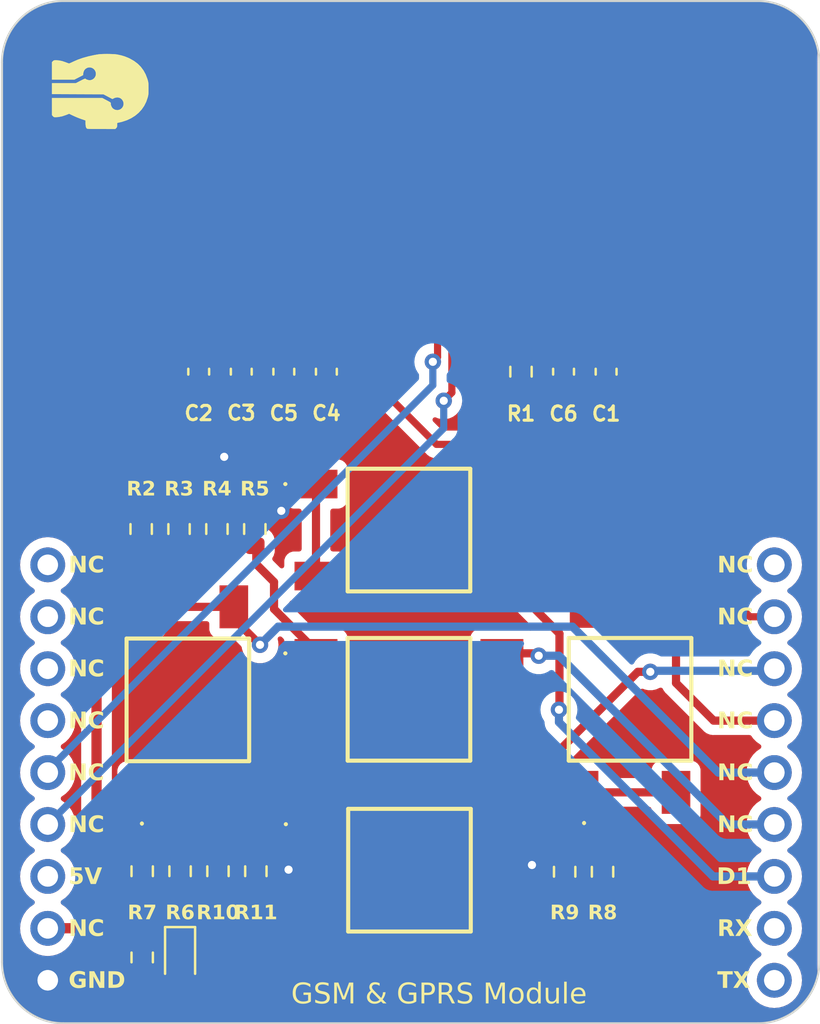
<source format=kicad_pcb>
(kicad_pcb (version 20221018) (generator pcbnew)
  (layers (0 "F.Cu" signal) (31 "B.Cu" signal) (34 "B.Paste" user) (35 "F.Paste" user) (36 "B.SilkS" user "B.Silkscreen") (37 "F.SilkS" user "F.Silkscreen") (38 "B.Mask" user) (39 "F.Mask" user) (44 "Edge.Cuts" user))
  (net 0 "")
  (net 1 "Net-(U1-VCC)")
  (net 2 "GND")
  (net 3 "Net-(U1-C2P)")
  (net 4 "Net-(U1-C2N)")
  (net 5 "Net-(U1-C1P)")
  (net 6 "Net-(U1-C1N)")
  (net 7 "+3V3")
  (net 8 "Net-(D1-A)")
  (net 9 "Net-(U1-VCOMH)")
  (net 10 "Net-(U1-IREF)")
  (net 11 "Net-(R2-Pad2)")
  (net 12 "Net-(R4-Pad2)")
  (net 13 "Net-(R6-Pad2)")
  (net 14 "Net-(R8-Pad2)")
  (net 15 "Net-(R10-Pad2)")
  (net 16 "GPIO_01")
  (net 17 "GPIO_02")
  (net 18 "GPIO_03")
  (net 19 "GPIO_04")
  (net 20 "GPIO_05")
  (net 22 "RST")
  (net 25 "SCL")
  (net 26 "SDA")
  (footprint "Resistor_SMD:R_0603_1608Metric" (layer "F.Cu") (at 81.9912 105.537 90)
    (fp_text reference "R10" hide)
    (fp_text value "0r" hide)
    (fp_text user "${REFERENCE}" (at -2.0574 0 180) (layer "F.SilkS") (effects (font (size 0.7 0.7) (thickness 0.06) bold)))
    (pad "1" smd roundrect (at -0.825 0 90) (size 0.8 0.95) (layers "F.Cu" "F.Paste" "F.Mask") (net 7 "+3V3"))
    (pad "2" smd roundrect (at 0.825 0 90) (size 0.8 0.95) (layers "F.Cu" "F.Paste" "F.Mask") (net 15 "Net-(R10-Pad2)"))
  )
  (footprint "Resistor_SMD:R_0603_1608Metric" (layer "F.Cu") (at 81.9404 88.7984 -90)
    (fp_text reference "R4" hide)
    (fp_text value "0r" hide)
    (fp_text user "${REFERENCE}" (at -1.9304 0 -180) (layer "F.SilkS") (effects (font (size 0.7 0.7) (thickness 0.06) bold)))
    (pad "1" smd roundrect (at -0.825 0 270) (size 0.8 0.95) (layers "F.Cu" "F.Paste" "F.Mask") (net 7 "+3V3"))
    (pad "2" smd roundrect (at 0.825 0 270) (size 0.8 0.95) (layers "F.Cu" "F.Paste" "F.Mask") (net 12 "Net-(R4-Pad2)"))
  )
  (footprint "SSD1306:1X30-0.7MM" (layer "F.Cu") (at 90.9884 78.2828)
    (fp_text reference "U1")
    (fp_text value "UG-2864HSWEG01" hide)
    (pad "1" smd rect (at -10.15 0 90) (size 1.6 0.35) (layers "F.Cu" "F.Paste" "F.Mask") (net 2 "GND"))
    (pad "2" smd rect (at -9.45 0 90) (size 1.6 0.35) (layers "F.Cu" "F.Paste" "F.Mask") (net 3 "Net-(U1-C2P)"))
    (pad "3" smd rect (at -8.75 0 90) (size 1.6 0.35) (layers "F.Cu" "F.Paste" "F.Mask") (net 4 "Net-(U1-C2N)"))
    (pad "4" smd rect (at -8.05 0 90) (size 1.6 0.35) (layers "F.Cu" "F.Paste" "F.Mask") (net 5 "Net-(U1-C1P)"))
    (pad "5" smd rect (at -7.35 0 90) (size 1.6 0.35) (layers "F.Cu" "F.Paste" "F.Mask") (net 6 "Net-(U1-C1N)"))
    (pad "6" smd rect (at -6.65 0 90) (size 1.6 0.35) (layers "F.Cu" "F.Paste" "F.Mask") (net 7 "+3V3"))
    (pad "7" smd rect (at -5.95 0 90) (size 1.6 0.35) (layers "F.Cu" "F.Paste" "F.Mask"))
    (pad "8" smd rect (at -5.25 0 90) (size 1.6 0.35) (layers "F.Cu" "F.Paste" "F.Mask") (net 2 "GND"))
    (pad "9" smd rect (at -4.55 0 90) (size 1.6 0.35) (layers "F.Cu" "F.Paste" "F.Mask") (net 7 "+3V3"))
    (pad "10" smd rect (at -3.85 0 90) (size 1.6 0.35) (layers "F.Cu" "F.Paste" "F.Mask") (net 2 "GND"))
    (pad "11" smd rect (at -3.15 0 90) (size 1.6 0.35) (layers "F.Cu" "F.Paste" "F.Mask") (net 7 "+3V3"))
    (pad "12" smd rect (at -2.45 0 90) (size 1.6 0.35) (layers "F.Cu" "F.Paste" "F.Mask") (net 2 "GND"))
    (pad "13" smd rect (at -1.75 0 90) (size 1.6 0.35) (layers "F.Cu" "F.Paste" "F.Mask") (net 7 "+3V3"))
    (pad "14" smd rect (at -1.05 0 90) (size 1.6 0.35) (layers "F.Cu" "F.Paste" "F.Mask") (net 22 "RST"))
    (pad "15" smd rect (at -0.35 0 90) (size 1.6 0.35) (layers "F.Cu" "F.Paste" "F.Mask") (net 2 "GND"))
    (pad "16" smd rect (at 0.35 0 90) (size 1.6 0.35) (layers "F.Cu" "F.Paste" "F.Mask"))
    (pad "17" smd rect (at 1.05 0 90) (size 1.6 0.35) (layers "F.Cu" "F.Paste" "F.Mask"))
    (pad "18" smd rect (at 1.75 0 90) (size 1.6 0.35) (layers "F.Cu" "F.Paste" "F.Mask") (net 25 "SCL"))
    (pad "19" smd rect (at 2.45 0 90) (size 1.6 0.35) (layers "F.Cu" "F.Paste" "F.Mask") (net 26 "SDA"))
    (pad "20" smd rect (at 3.15 0 90) (size 1.6 0.35) (layers "F.Cu" "F.Paste" "F.Mask") (net 26 "SDA"))
    (pad "21" smd rect (at 3.85 0 90) (size 1.6 0.35) (layers "F.Cu" "F.Paste" "F.Mask"))
    (pad "22" smd rect (at 4.55 0 90) (size 1.6 0.35) (layers "F.Cu" "F.Paste" "F.Mask"))
    (pad "23" smd rect (at 5.25 0 90) (size 1.6 0.35) (layers "F.Cu" "F.Paste" "F.Mask"))
    (pad "24" smd rect (at 5.95 0 90) (size 1.6 0.35) (layers "F.Cu" "F.Paste" "F.Mask"))
    (pad "25" smd rect (at 6.65 0 90) (size 1.6 0.35) (layers "F.Cu" "F.Paste" "F.Mask"))
    (pad "26" smd rect (at 7.35 0 90) (size 1.6 0.35) (layers "F.Cu" "F.Paste" "F.Mask") (net 10 "Net-(U1-IREF)"))
    (pad "27" smd rect (at 8.05 0 90) (size 1.6 0.35) (layers "F.Cu" "F.Paste" "F.Mask") (net 9 "Net-(U1-VCOMH)"))
    (pad "28" smd rect (at 8.75 0 90) (size 1.6 0.35) (layers "F.Cu" "F.Paste" "F.Mask") (net 1 "Net-(U1-VCC)"))
    (pad "29" smd rect (at 9.45 0 90) (size 1.6 0.35) (layers "F.Cu" "F.Paste" "F.Mask") (net 2 "GND"))
    (pad "30" smd rect (at 10.15 0 90) (size 1.6 0.35) (layers "F.Cu" "F.Paste" "F.Mask") (net 2 "GND"))
  )
  (footprint "Resistor_SMD:R_0603_1608Metric" (layer "F.Cu") (at 96.8218 81.1022 90)
    (fp_text reference "R1" (at -2.0574 0 180) (layer "F.SilkS") (effects (font (size 0.7 0.7) (thickness 0.15) bold)))
    (fp_text value "390k" hide)
    (pad "1" smd roundrect (at -0.825 0 90) (size 0.8 0.95) (layers "F.Cu" "F.Paste" "F.Mask") (net 2 "GND"))
    (pad "2" smd roundrect (at 0.825 0 90) (size 0.8 0.95) (layers "F.Cu" "F.Paste" "F.Mask") (net 10 "Net-(U1-IREF)"))
  )
  (footprint "Capacitor_SMD:C_0603_1608Metric" (layer "F.Cu") (at 100.9874 81.1022 -90)
    (fp_text reference "C1" (at 2.0574 0 -180) (layer "F.SilkS") (effects (font (size 0.7 0.7) (thickness 0.15) bold)))
    (fp_text value "10uF" hide)
    (pad "1" smd roundrect (at -0.775 0 270) (size 0.9 0.95) (layers "F.Cu" "F.Paste" "F.Mask") (net 1 "Net-(U1-VCC)"))
    (pad "2" smd roundrect (at 0.775 0 270) (size 0.9 0.95) (layers "F.Cu" "F.Paste" "F.Mask") (net 2 "GND"))
  )
  (footprint "Resistor_SMD:R_0603_1608Metric" (layer "F.Cu") (at 83.7946 88.7984 -90)
    (fp_text reference "R5" hide)
    (fp_text value "0r" hide)
    (fp_text user "${REFERENCE}" (at -1.9304 0 -180) (layer "F.SilkS") (effects (font (size 0.7 0.7) (thickness 0.06) bold)))
    (pad "1" smd roundrect (at -0.825 0 270) (size 0.8 0.95) (layers "F.Cu" "F.Paste" "F.Mask") (net 2 "GND"))
    (pad "2" smd roundrect (at 0.825 0 270) (size 0.8 0.95) (layers "F.Cu" "F.Paste" "F.Mask") (net 12 "Net-(R4-Pad2)"))
  )
  (footprint "oled_button:TS046665BK160SMT" (layer "F.Cu") (at 91.3638 105.4862)
    (fp_text reference "SW5" hide)
    (fp_text value "SW_MEC_5E" hide)
    (pad "1" smd rect (at -4.55 -2.25 90) (size 1.4 2.1) (layers "F.Cu" "F.Paste" "F.Mask") (net 15 "Net-(R10-Pad2)"))
    (pad "2" smd rect (at -4.55 2.25 90) (size 1.4 2.1) (layers "F.Cu" "F.Paste" "F.Mask") (net 15 "Net-(R10-Pad2)"))
    (pad "3" smd rect (at 4.55 -2.25 90) (size 1.4 2.1) (layers "F.Cu" "F.Paste" "F.Mask") (net 20 "GPIO_05"))
    (pad "4" smd rect (at 4.55 2.25 90) (size 1.4 2.1) (layers "F.Cu" "F.Paste" "F.Mask") (net 20 "GPIO_05"))
  )
  (footprint "Capacitor_SMD:C_0603_1608Metric" (layer "F.Cu") (at 98.9046 81.1022 -90)
    (fp_text reference "C6" (at 2.0574 0 -180) (layer "F.SilkS") (effects (font (size 0.7 0.7) (thickness 0.15) bold)))
    (fp_text value "2.2uF" hide)
    (pad "1" smd roundrect (at -0.775 0 270) (size 0.9 0.95) (layers "F.Cu" "F.Paste" "F.Mask") (net 9 "Net-(U1-VCOMH)"))
    (pad "2" smd roundrect (at 0.775 0 270) (size 0.9 0.95) (layers "F.Cu" "F.Paste" "F.Mask") (net 2 "GND"))
  )
  (footprint "LED_SMD:LED_0603_1608Metric" (layer "F.Cu") (at 80.137 109.7534 -90)
    (fp_text reference "D1" hide)
    (fp_text value "LED")
    (pad "1" smd roundrect (at -0.7875 0 270) (size 0.875 0.95) (layers "F.Cu" "F.Paste" "F.Mask") (net 2 "GND"))
    (pad "2" smd roundrect (at 0.7875 0 270) (size 0.875 0.95) (layers "F.Cu" "F.Paste" "F.Mask") (net 8 "Net-(D1-A)"))
  )
  (footprint "Resistor_SMD:R_0603_1608Metric" (layer "F.Cu") (at 80.137 105.537 90)
    (fp_text reference "R6" hide)
    (fp_text value "0r" hide)
    (fp_text user "${REFERENCE}" (at -2.0574 0 180) (layer "F.SilkS") (effects (font (size 0.7 0.7) (thickness 0.06) bold)))
    (pad "1" smd roundrect (at -0.825 0 90) (size 0.8 0.95) (layers "F.Cu" "F.Paste" "F.Mask") (net 7 "+3V3"))
    (pad "2" smd roundrect (at 0.825 0 90) (size 0.8 0.95) (layers "F.Cu" "F.Paste" "F.Mask") (net 13 "Net-(R6-Pad2)"))
  )
  (footprint "Capacitor_SMD:C_0603_1608Metric" (layer "F.Cu") (at 85.214 81.1022 -90)
    (fp_text reference "C5" (at 2.032 0 -180) (layer "F.SilkS") (effects (font (size 0.7 0.7) (thickness 0.15) bold)))
    (fp_text value "10uF" hide)
    (pad "1" smd roundrect (at -0.775 0 270) (size 0.9 0.95) (layers "F.Cu" "F.Paste" "F.Mask") (net 7 "+3V3"))
    (pad "2" smd roundrect (at 0.775 0 270) (size 0.9 0.95) (layers "F.Cu" "F.Paste" "F.Mask") (net 2 "GND"))
  )
  (footprint "air_module:air__module" (layer "F.Cu") (at 92.620246 107.031478)
    (fp_text reference "U3" hide)
    (fp_text value "~")
    (fp_text user "NC" (at -17.944246 -15.972478 unlocked) (layer "F.SilkS") (effects (font (size 0.8 0.8) (thickness 0.2) bold) (justify left bottom)))
    (fp_text user "NC" (at -17.944246 -10.892478 unlocked) (layer "F.SilkS") (effects (font (size 0.8 0.8) (thickness 0.2) bold) (justify left bottom)))
    (fp_text user "5V" (at -17.944246 -0.732478 unlocked) (layer "F.SilkS") (effects (font (size 0.8 0.8) (thickness 0.2) bold) (justify left bottom)))
    (fp_text user "TX" (at 13.805754 4.347522 unlocked) (layer "F.SilkS") (effects (font (size 0.8 0.8) (thickness 0.2) bold) (justify left bottom)))
    (fp_text user "NC" (at 13.805754 -10.892478 unlocked) (layer "F.SilkS") (effects (font (size 0.8 0.8) (thickness 0.2) bold) (justify left bottom)))
    (fp_text user "NC" (at -17.944246 -10.892478 unlocked) (layer "F.SilkS") (effects (font (size 0.8 0.8) (thickness 0.2) bold) (justify left bottom)))
    (fp_text user "NC" (at 13.805754 -5.812478 unlocked) (layer "F.SilkS") (effects (font (size 0.8 0.8) (thickness 0.2) bold) (justify left bottom)))
    (fp_text user "NC" (at 13.805754 -15.972478 unlocked) (layer "F.SilkS") (effects (font (size 0.8 0.8) (thickness 0.2) bold) (justify left bottom)))
    (fp_text user "GND" (at -17.944246 4.347522 unlocked) (layer "F.SilkS") (effects (font (size 0.8 0.8) (thickness 0.2) bold) (justify left bottom)))
    (fp_text user "NC" (at -17.944246 -13.432478 unlocked) (layer "F.SilkS") (effects (font (size 0.8 0.8) (thickness 0.2) bold) (justify left bottom)))
    (fp_text user "NC" (at 13.805754 -8.352478 unlocked) (layer "F.SilkS") (effects (font (size 0.8 0.8) (thickness 0.2) bold) (justify left bottom)))
    (fp_text user "NC" (at 13.805754 -3.272478 unlocked) (layer "F.SilkS") (effects (font (size 0.8 0.8) (thickness 0.2) bold) (justify left bottom)))
    (fp_text user "NC" (at -17.944246 -8.352478 unlocked) (layer "F.SilkS") (effects (font (size 0.8 0.8) (thickness 0.2) bold) (justify left bottom)))
    (fp_text user "GSM & GPRS Module" (at -7.05088 5.14112 unlocked) (layer "F.SilkS") (effects (font (thickness 0.1)) (justify left bottom)))
    (fp_text user "NC" (at -17.944246 -13.432478 unlocked) (layer "F.SilkS") (effects (font (size 0.8 0.8) (thickness 0.2) bold) (justify left bottom)))
    (fp_text user "NC" (at 13.805754 -13.432478 unlocked) (layer "F.SilkS") (effects (font (size 0.8 0.8) (thickness 0.2) bold) (justify left bottom)))
    (fp_text user "NC" (at -17.944246 -5.812478 unlocked) (layer "F.SilkS") (effects (font (size 0.8 0.8) (thickness 0.2) bold) (justify left bottom)))
    (fp_text user "RX" (at 13.805754 1.807522 unlocked) (layer "F.SilkS") (effects (font (size 0.8 0.8) (thickness 0.2) bold) (justify left bottom)))
    (fp_text user "NC" (at -17.944246 -8.352478 unlocked) (layer "F.SilkS") (effects (font (size 0.8 0.8) (thickness 0.2) bold) (justify left bottom)))
    (fp_text user "D1" (at 13.77712 -0.732478 unlocked) (layer "F.SilkS") (effects (font (size 0.8 0.8) (thickness 0.2) bold) (justify left bottom)))
    (fp_text user "NC" (at -17.944246 -3.272478 unlocked) (layer "F.SilkS") (effects (font (size 0.8 0.8) (thickness 0.2) bold) (justify left bottom)))
    (fp_text user "NC" (at -17.944246 1.807522 unlocked) (layer "F.SilkS") (effects (font (size 0.8 0.8) (thickness 0.2) bold) (justify left bottom)))
    (fp_line (start -21.19868 2.94132) (end -21.19868 -41.05868) (stroke (width 0.1)) (layer "Edge.Cuts"))
    (fp_line (start -18.19868 -44.05868) (end 15.80132 -44.05868) (stroke (width 0.1)) (layer "Edge.Cuts"))
    (fp_line (start 15.80132 5.94132) (end -18.19868 5.94132) (stroke (width 0.1)) (layer "Edge.Cuts"))
    (fp_line (start 18.80132 -41.05868) (end 18.80132 2.94132) (stroke (width 0.1)) (layer "Edge.Cuts"))
    (fp_arc (start -21.19868 -41.05868) (mid -20.32 -43.18) (end -18.19868 -44.05868) (stroke (width 0.1)) (layer "Edge.Cuts"))
    (fp_arc (start -18.19868 5.94132) (mid -20.32 5.06264) (end -21.19868 2.94132) (stroke (width 0.1)) (layer "Edge.Cuts"))
    (fp_arc (start 15.80132 -44.05868) (mid 17.922626 -43.179986) (end 18.80132 -41.05868) (stroke (width 0.1)) (layer "Edge.Cuts"))
    (fp_arc (start 18.80132 2.94132) (mid 17.92264 5.06264) (end 15.80132 5.94132) (stroke (width 0.1)) (layer "Edge.Cuts"))
    (pad "1" thru_hole oval (at -18.960246 -16.480478) (size 1.7 1.7) (drill 1) (layers "*.Cu" "*.Mask"))
    (pad "1" thru_hole oval (at -18.960246 -16.480478) (size 1.7 1.7) (drill 1) (layers "*.Cu" "*.Mask"))
    (pad "2" thru_hole oval (at -18.960246 -13.940478) (size 1.7 1.7) (drill 1) (layers "*.Cu" "*.Mask"))
    (pad "2" thru_hole oval (at -18.960246 -13.940478) (size 1.7 1.7) (drill 1) (layers "*.Cu" "*.Mask"))
    (pad "3" thru_hole oval (at -18.960246 -11.400478) (size 1.7 1.7) (drill 1) (layers "*.Cu" "*.Mask"))
    (pad "3" thru_hole oval (at -18.960246 -11.400478) (size 1.7 1.7) (drill 1) (layers "*.Cu" "*.Mask"))
    (pad "4" thru_hole oval (at -18.960246 -8.860478) (size 1.7 1.7) (drill 1) (layers "*.Cu" "*.Mask"))
    (pad "4" thru_hole oval (at -18.960246 -8.860478) (size 1.7 1.7) (drill 1) (layers "*.Cu" "*.Mask"))
    (pad "5" thru_hole oval (at -18.960246 -6.320478) (size 1.7 1.7) (drill 1) (layers "*.Cu" "*.Mask") (net 25 "SCL"))
    (pad "5" thru_hole oval (at -18.960246 -6.320478) (size 1.7 1.7) (drill 1) (layers "*.Cu" "*.Mask") (net 25 "SCL"))
    (pad "6" thru_hole oval (at -18.960246 -3.780478) (size 1.7 1.7) (drill 1) (layers "*.Cu" "*.Mask") (net 26 "SDA"))
    (pad "6" thru_hole oval (at -18.960246 -3.780478) (size 1.7 1.7) (drill 1) (layers "*.Cu" "*.Mask") (net 26 "SDA"))
    (pad "7" thru_hole oval (at -18.960246 -1.240478) (size 1.7 1.7) (drill 1) (layers "*.Cu" "*.Mask"))
    (pad "7" thru_hole oval (at -18.960246 -1.240478) (size 1.7 1.7) (drill 1) (layers "*.Cu" "*.Mask"))
    (pad "8" thru_hole oval (at -18.960246 1.299522) (size 1.7 1.7) (drill 1) (layers "*.Cu" "*.Mask") (net 7 "+3V3"))
    (pad "8" thru_hole oval (at -18.960246 1.299522) (size 1.7 1.7) (drill 1) (layers "*.Cu" "*.Mask") (net 7 "+3V3"))
    (pad "9" thru_hole oval (at -18.960246 3.839522) (size 1.7 1.7) (drill 1) (layers "*.Cu" "*.Mask") (net 2 "GND"))
    (pad "9" thru_hole oval (at -18.960246 3.839522) (size 1.7 1.7) (drill 1) (layers "*.Cu" "*.Mask") (net 2 "GND"))
    (pad "10" thru_hole oval (at 16.599754 3.839522) (size 1.7 1.7) (drill 1) (layers "*.Cu" "*.Mask"))
    (pad "10" thru_hole oval (at 16.599754 3.839522) (size 1.7 1.7) (drill 1) (layers "*.Cu" "*.Mask"))
    (pad "11" thru_hole oval (at 16.599754 1.299522) (size 1.7 1.7) (drill 1) (layers "*.Cu" "*.Mask"))
    (pad "11" thru_hole oval (at 16.599754 1.299522) (size 1.7 1.7) (drill 1) (layers "*.Cu" "*.Mask"))
    (pad "12" thru_hole oval (at 16.599754 -1.240478) (size 1.7 1.7) (drill 1) (layers "*.Cu" "*.Mask") (net 16 "GPIO_01"))
    (pad "12" thru_hole oval (at 16.599754 -1.240478) (size 1.7 1.7) (drill 1) (layers "*.Cu" "*.Mask") (net 16 "GPIO_01"))
    (pad "13" thru_hole oval (at 16.599754 -3.780478) (size 1.7 1.7) (drill 1) (layers "*.Cu" "*.Mask") (net 17 "GPIO_02"))
    (pad "13" thru_hole oval (at 16.599754 -3.780478) (size 1.7 1.7) (drill 1) (layers "*.Cu" "*.Mask") (net 17 "GPIO_02"))
    (pad "14" thru_hole oval (at 16.599754 -6.320478) (size 1.7 1.7) (drill 1) (layers "*.Cu" "*.Mask") (net 18 "GPIO_03"))
    (pad "14" thru_hole oval (at 16.599754 -6.320478) (size 1.7 1.7) (drill 1) (layers "*.Cu" "*.Mask") (net 18 "GPIO_03"))
    (pad "15" thru_hole oval (at 16.599754 -8.860478) (size 1.7 1.7) (drill 1) (layers "*.Cu" "*.Mask") (net 19 "GPIO_04"))
    (pad "15" thru_hole oval (at 16.599754 -8.860478) (size 1.7 1.7) (drill 1) (layers "*.Cu" "*.Mask") (net 19 "GPIO_04"))
    (pad "16" thru_hole oval (at 16.599754 -11.400478) (size 1.7 1.7) (drill 1) (layers "*.Cu" "*.Mask") (net 20 "GPIO_05"))
    (pad "16" thru_hole oval (at 16.599754 -11.400478) (size 1.7 1.7) (drill 1) (layers "*.Cu" "*.Mask") (net 20 "GPIO_05"))
    (pad "17" thru_hole oval (at 16.599754 -13.940478) (size 1.7 1.7) (drill 1) (layers "*.Cu" "*.Mask") (net 22 "RST"))
    (pad "17" thru_hole oval (at 16.599754 -13.940478) (size 1.7 1.7) (drill 1) (layers "*.Cu" "*.Mask") (net 22 "RST"))
    (pad "18" thru_hole oval (at 16.599754 -16.480478) (size 1.7 1.7) (drill 1) (layers "*.Cu" "*.Mask"))
    (pad "18" thru_hole oval (at 16.599754 -16.480478) (size 1.7 1.7) (drill 1) (layers "*.Cu" "*.Mask"))
  )
  (footprint "Resistor_SMD:R_0603_1608Metric" (layer "F.Cu") (at 100.8126 105.5624 90)
    (fp_text reference "R8" hide)
    (fp_text value "0r" hide)
    (fp_text user "${REFERENCE}" (at -2.032 0 180) (layer "F.SilkS") (effects (font (size 0.7 0.7) (thickness 0.06) bold)))
    (pad "1" smd roundrect (at -0.825 0 90) (size 0.8 0.95) (layers "F.Cu" "F.Paste" "F.Mask") (net 7 "+3V3"))
    (pad "2" smd roundrect (at 0.825 0 90) (size 0.8 0.95) (layers "F.Cu" "F.Paste" "F.Mask") (net 14 "Net-(R8-Pad2)"))
  )
  (footprint "Capacitor_SMD:C_0603_1608Metric" (layer "F.Cu") (at 87.2968 81.1022 -90)
    (fp_text reference "C4" (at 2.032 0 -180) (layer "F.SilkS") (effects (font (size 0.7 0.7) (thickness 0.15) bold)))
    (fp_text value "10uF" hide)
    (pad "1" smd roundrect (at -0.775 0 270) (size 0.9 0.95) (layers "F.Cu" "F.Paste" "F.Mask") (net 7 "+3V3"))
    (pad "2" smd roundrect (at 0.775 0 270) (size 0.9 0.95) (layers "F.Cu" "F.Paste" "F.Mask") (net 2 "GND"))
  )
  (footprint "Resistor_SMD:R_0603_1608Metric" (layer "F.Cu") (at 78.2828 105.537 90)
    (fp_text reference "R7" hide)
    (fp_text value "0r" hide)
    (fp_text user "${REFERENCE}" (at -2.0574 0 180) (layer "F.SilkS") (effects (font (size 0.7 0.7) (thickness 0.06) bold)))
    (pad "1" smd roundrect (at -0.825 0 90) (size 0.8 0.95) (layers "F.Cu" "F.Paste" "F.Mask") (net 2 "GND"))
    (pad "2" smd roundrect (at 0.825 0 90) (size 0.8 0.95) (layers "F.Cu" "F.Paste" "F.Mask") (net 13 "Net-(R6-Pad2)"))
  )
  (footprint "Capacitor_SMD:C_0603_1608Metric" (layer "F.Cu") (at 81.0484 81.1022 -90)
    (fp_text reference "C2" (at 2.032 0 -180) (layer "F.SilkS") (effects (font (size 0.7 0.7) (thickness 0.15) bold)))
    (fp_text value "2.2uF" hide)
    (pad "1" smd roundrect (at -0.775 0 270) (size 0.9 0.95) (layers "F.Cu" "F.Paste" "F.Mask") (net 3 "Net-(U1-C2P)"))
    (pad "2" smd roundrect (at 0.775 0 270) (size 0.9 0.95) (layers "F.Cu" "F.Paste" "F.Mask") (net 4 "Net-(U1-C2N)"))
  )
  (footprint "Resistor_SMD:R_0603_1608Metric" (layer "F.Cu") (at 78.2828 109.7534 -90)
    (fp_text reference "R12" hide)
    (fp_text value "470r")
    (pad "1" smd roundrect (at -0.825 0 270) (size 0.8 0.95) (layers "F.Cu" "F.Paste" "F.Mask") (net 7 "+3V3"))
    (pad "2" smd roundrect (at 0.825 0 270) (size 0.8 0.95) (layers "F.Cu" "F.Paste" "F.Mask") (net 8 "Net-(D1-A)"))
  )
  (footprint "oled_button:TS046665BK160SMT" (layer "F.Cu") (at 102.1588 97.1296 90)
    (fp_text reference "SW4" hide)
    (fp_text value "SW_MEC_5E" hide)
    (pad "1" smd rect (at -4.55 -2.25 180) (size 1.4 2.1) (layers "F.Cu" "F.Paste" "F.Mask") (net 14 "Net-(R8-Pad2)"))
    (pad "2" smd rect (at -4.55 2.25 180) (size 1.4 2.1) (layers "F.Cu" "F.Paste" "F.Mask") (net 14 "Net-(R8-Pad2)"))
    (pad "3" smd rect (at 4.55 -2.25 180) (size 1.4 2.1) (layers "F.Cu" "F.Paste" "F.Mask") (net 19 "GPIO_04"))
    (pad "4" smd rect (at 4.55 2.25 180) (size 1.4 2.1) (layers "F.Cu" "F.Paste" "F.Mask") (net 19 "GPIO_04"))
  )
  (footprint "oled_button:TS046665BK160SMT" (layer "F.Cu") (at 80.518 97.155 90)
    (fp_text reference "SW3" hide)
    (fp_text value "SW_MEC_5E" hide)
    (pad "1" smd rect (at -4.55 -2.25 180) (size 1.4 2.1) (layers "F.Cu" "F.Paste" "F.Mask") (net 13 "Net-(R6-Pad2)"))
    (pad "2" smd rect (at -4.55 2.25 180) (size 1.4 2.1) (layers "F.Cu" "F.Paste" "F.Mask") (net 13 "Net-(R6-Pad2)"))
    (pad "3" smd rect (at 4.55 -2.25 180) (size 1.4 2.1) (layers "F.Cu" "F.Paste" "F.Mask") (net 18 "GPIO_03"))
    (pad "4" smd rect (at 4.55 2.25 180) (size 1.4 2.1) (layers "F.Cu" "F.Paste" "F.Mask") (net 18 "GPIO_03"))
  )
  (footprint "oled_button:TS046665BK160SMT" (layer "F.Cu") (at 91.3384 88.8492)
    (fp_text reference "SW1" hide)
    (fp_text value "SW_MEC_5E" hide)
    (pad "1" smd rect (at -4.55 -2.25 90) (size 1.4 2.1) (layers "F.Cu" "F.Paste" "F.Mask") (net 11 "Net-(R2-Pad2)"))
    (pad "2" smd rect (at -4.55 2.25 90) (size 1.4 2.1) (layers "F.Cu" "F.Paste" "F.Mask") (net 11 "Net-(R2-Pad2)"))
    (pad "3" smd rect (at 4.55 -2.25 90) (size 1.4 2.1) (layers "F.Cu" "F.Paste" "F.Mask") (net 16 "GPIO_01"))
    (pad "4" smd rect (at 4.55 2.25 90) (size 1.4 2.1) (layers "F.Cu" "F.Paste" "F.Mask") (net 16 "GPIO_01"))
  )
  (footprint "Resistor_SMD:R_0603_1608Metric" (layer "F.Cu") (at 98.9584 105.5624 90)
    (fp_text reference "R9" hide)
    (fp_text value "0r" hide)
    (fp_text user "${REFERENCE}" (at -2.032 0 180) (layer "F.SilkS") (effects (font (size 0.7 0.7) (thickness 0.06) bold)))
    (pad "1" smd roundrect (at -0.825 0 90) (size 0.8 0.95) (layers "F.Cu" "F.Paste" "F.Mask") (net 2 "GND"))
    (pad "2" smd roundrect (at 0.825 0 90) (size 0.8 0.95) (layers "F.Cu" "F.Paste" "F.Mask") (net 14 "Net-(R8-Pad2)"))
  )
  (footprint "Resistor_SMD:R_0603_1608Metric" (layer "F.Cu") (at 80.0862 88.7984 90)
    (fp_text reference "R3" hide)
    (fp_text value "0r" hide)
    (fp_text user "${REFERENCE}" (at 1.9304 0 180) (layer "F.SilkS") (effects (font (size 0.7 0.7) (thickness 0.06) bold)))
    (pad "1" smd roundrect (at -0.825 0 90) (size 0.8 0.95) (layers "F.Cu" "F.Paste" "F.Mask") (net 7 "+3V3"))
    (pad "2" smd roundrect (at 0.825 0 90) (size 0.8 0.95) (layers "F.Cu" "F.Paste" "F.Mask") (net 11 "Net-(R2-Pad2)"))
  )
  (footprint "Capacitor_SMD:C_0603_1608Metric" (layer "F.Cu") (at 83.1312 81.1022 -90)
    (fp_text reference "C3" (at 2.019 0 -180) (layer "F.SilkS") (effects (font (size 0.7 0.7) (thickness 0.15) bold)))
    (fp_text value "2.2uF" hide)
    (pad "1" smd roundrect (at -0.775 0 270) (size 0.9 0.95) (layers "F.Cu" "F.Paste" "F.Mask") (net 5 "Net-(U1-C1P)"))
    (pad "2" smd roundrect (at 0.775 0 270) (size 0.9 0.95) (layers "F.Cu" "F.Paste" "F.Mask") (net 6 "Net-(U1-C1N)"))
  )
  (footprint "Resistor_SMD:R_0603_1608Metric" (layer "F.Cu") (at 78.232 88.7984 90)
    (fp_text reference "R2" hide)
    (fp_text value "0r" hide)
    (fp_text user "${REFERENCE}" (at 1.9304 0 180) (layer "F.SilkS") (effects (font (size 0.7 0.7) (thickness 0.06) bold)))
    (pad "1" smd roundrect (at -0.825 0 90) (size 0.8 0.95) (layers "F.Cu" "F.Paste" "F.Mask") (net 2 "GND"))
    (pad "2" smd roundrect (at 0.825 0 90) (size 0.8 0.95) (layers "F.Cu" "F.Paste" "F.Mask") (net 11 "Net-(R2-Pad2)"))
  )
  (footprint "Resistor_SMD:R_0603_1608Metric" (layer "F.Cu") (at 83.8454 105.537 90)
    (fp_text reference "R11" hide)
    (fp_text value "0r" hide)
    (fp_text user "${REFERENCE}" (at -2.0574 0 180) (layer "F.SilkS") (effects (font (size 0.7 0.7) (thickness 0.06) bold)))
    (pad "1" smd roundrect (at -0.825 0 90) (size 0.8 0.95) (layers "F.Cu" "F.Paste" "F.Mask") (net 2 "GND"))
    (pad "2" smd roundrect (at 0.825 0 90) (size 0.8 0.95) (layers "F.Cu" "F.Paste" "F.Mask") (net 15 "Net-(R10-Pad2)"))
  )
  (footprint "oled_button:TS046665BK160SMT" (layer "F.Cu") (at 91.3384 97.1296)
    (fp_text reference "SW2" hide)
    (fp_text value "SW_MEC_5E" hide)
    (pad "1" smd rect (at -4.55 -2.25 90) (size 1.4 2.1) (layers "F.Cu" "F.Paste" "F.Mask") (net 12 "Net-(R4-Pad2)"))
    (pad "2" smd rect (at -4.55 2.25 90) (size 1.4 2.1) (layers "F.Cu" "F.Paste" "F.Mask") (net 12 "Net-(R4-Pad2)"))
    (pad "3" smd rect (at 4.55 -2.25 90) (size 1.4 2.1) (layers "F.Cu" "F.Paste" "F.Mask") (net 17 "GPIO_02"))
    (pad "4" smd rect (at 4.55 2.25 90) (size 1.4 2.1) (layers "F.Cu" "F.Paste" "F.Mask") (net 17 "GPIO_02"))
  )
  (segment (start 100.6328 80.3272) (end 100.9874 80.3272) (width 0.35) (layer "F.Cu") (net 1))
  (segment (start 99.7384 78.2828) (end 99.7384 79.4328) (width 0.35) (layer "F.Cu") (net 1))
  (segment (start 99.7384 79.4328) (end 100.6328 80.3272) (width 0.35) (layer "F.Cu") (net 1))
  (segment (start 87.1384 76.953) (end 87.4342 76.6572) (width 0.35) (layer "F.Cu") (net 2))
  (segment (start 85.7384 78.2828) (end 85.7384 77.1328) (width 0.35) (layer "F.Cu") (net 2))
  (segment (start 90.6384 78.2828) (end 90.6384 76.9224) (width 0.35) (layer "F.Cu") (net 2))
  (segment (start 90.3732 76.6572) (end 88.265 76.6572) (width 0.35) (layer "F.Cu") (net 2))
  (segment (start 85.7384 77.1328) (end 86.214 76.6572) (width 0.35) (layer "F.Cu") (net 2))
  (segment (start 100.6094 76.9112) (end 100.9396 76.9112) (width 0.35) (layer "F.Cu") (net 2))
  (segment (start 100.4384 77.0822) (end 100.6094 76.9112) (width 0.35) (layer "F.Cu") (net 2))
  (segment (start 88.265 76.6572) (end 88.5384 76.9306) (width 0.35) (layer "F.Cu") (net 2))
  (segment (start 100.9396 76.9112) (end 101.1384 77.11) (width 0.35) (layer "F.Cu") (net 2))
  (segment (start 88.5384 76.9306) (end 88.5384 78.2828) (width 0.35) (layer "F.Cu") (net 2))
  (segment (start 90.6384 76.9224) (end 90.3732 76.6572) (width 0.35) (layer "F.Cu") (net 2))
  (segment (start 86.214 76.6572) (end 86.8426 76.6572) (width 0.35) (layer "F.Cu") (net 2))
  (segment (start 100.4384 78.2828) (end 100.4384 77.0822) (width 0.35) (layer "F.Cu") (net 2))
  (segment (start 87.1384 76.953) (end 87.1384 78.2828) (width 0.35) (layer "F.Cu") (net 2))
  (segment (start 86.8426 76.6572) (end 87.1384 76.953) (width 0.35) (layer "F.Cu") (net 2))
  (segment (start 87.4342 76.6572) (end 88.265 76.6572) (width 0.35) (layer "F.Cu") (net 2))
  (segment (start 101.1384 77.11) (end 101.1384 78.2828) (width 0.35) (layer "F.Cu") (net 2))
  (via (at 85.09 87.9094) (size 0.8) (drill 0.4) (layers "F.Cu" "B.Cu") (net 2))
  (via (at 97.3582 105.2322) (size 0.8) (drill 0.4) (layers "F.Cu" "B.Cu") (net 2))
  (via (at 82.296 85.2678) (size 0.8) (drill 0.4) (layers "F.Cu" "B.Cu") (net 2))
  (via (at 85.4456 105.4608) (size 0.8) (drill 0.4) (layers "F.Cu" "B.Cu") (net 2))
  (segment (start 81.5384 79.8372) (end 81.0484 80.3272) (width 0.35) (layer "F.Cu") (net 3))
  (segment (start 81.5384 78.2828) (end 81.5384 79.8372) (width 0.35) (layer "F.Cu") (net 3))
  (segment (start 82.2384 79.915018) (end 82.2384 78.2828) (width 0.35) (layer "F.Cu") (net 4))
  (segment (start 82.042 81.4578) (end 82.042 80.111418) (width 0.35) (layer "F.Cu") (net 4))
  (segment (start 81.0484 81.8772) (end 81.6226 81.8772) (width 0.35) (layer "F.Cu") (net 4))
  (segment (start 81.6226 81.8772) (end 82.042 81.4578) (width 0.35) (layer "F.Cu") (net 4))
  (segment (start 82.042 80.111418) (end 82.2384 79.915018) (width 0.35) (layer "F.Cu") (net 4))
  (segment (start 82.9384 80.1344) (end 83.1312 80.3272) (width 0.35) (layer "F.Cu") (net 5))
  (segment (start 82.9384 78.2828) (end 82.9384 80.1344) (width 0.35) (layer "F.Cu") (net 5))
  (segment (start 83.6384 79.3458) (end 84.1248 79.8322) (width 0.35) (layer "F.Cu") (net 6))
  (segment (start 83.6384 78.2828) (end 83.6384 79.3458) (width 0.35) (layer "F.Cu") (net 6))
  (segment (start 84.1248 79.8322) (end 84.1248 81.3816) (width 0.35) (layer "F.Cu") (net 6))
  (segment (start 84.1248 81.3816) (end 83.6292 81.8772) (width 0.35) (layer "F.Cu") (net 6))
  (segment (start 83.6292 81.8772) (end 83.1312 81.8772) (width 0.35) (layer "F.Cu") (net 6))
  (segment (start 73.66 108.331) (end 73.665565 108.325435) (width 0.5) (layer "F.Cu") (net 7))
  (segment (start 79.883 107.7468) (end 80.137 107.4928) (width 0.5) (layer "F.Cu") (net 7))
  (segment (start 89.2384 78.2828) (end 89.2384 79.4328) (width 0.35) (layer "F.Cu") (net 7))
  (segment (start 99.5934 109.474) (end 100.8126 108.2548) (width 0.5) (layer "F.Cu") (net 7))
  (segment (start 76.245235 108.325435) (end 76.0476 108.1278) (width 0.5) (layer "F.Cu") (net 7))
  (segment (start 78.9432 107.7468) (end 79.883 107.7468) (width 0.5) (layer "F.Cu") (net 7))
  (segment (start 87.8384 78.2828) (end 87.8384 79.7856) (width 0.35) (layer "F.Cu") (net 7))
  (segment (start 76.459565 108.325435) (end 77.06253 108.9284) (width 0.5) (layer "F.Cu") (net 7))
  (segment (start 76.0476 91.4654) (end 76.0476 86.5886) (width 0.5) (layer "F.Cu") (net 7))
  (segment (start 79.5274 90.7542) (end 80.0862 90.1954) (width 0.5) (layer "F.Cu") (net 7))
  (segment (start 87.8078 83.8454) (end 88.5012 83.152) (width 0.5) (layer "F.Cu") (net 7))
  (segment (start 77.3684 90.7542) (end 79.5274 90.7542) (width 0.5) (layer "F.Cu") (net 7))
  (segment (start 85.214 80.143582) (end 85.214 80.3272) (width 0.35) (layer "F.Cu") (net 7))
  (segment (start 81.9912 106.362) (end 81.9912 108.0008) (width 0.5) (layer "F.Cu") (net 7))
  (segment (start 73.665565 108.325435) (end 76.245235 108.325435) (width 0.5) (layer "F.Cu") (net 7))
  (segment (start 88.344 80.3272) (end 87.8586 80.3272) (width 0.35) (layer "F.Cu") (net 7))
  (segment (start 78.2828 108.9284) (end 78.2828 108.4072) (width 0.5) (layer "F.Cu") (net 7))
  (segment (start 87.8384 79.7856) (end 87.2968 80.3272) (width 0.35) (layer "F.Cu") (net 7))
  (segment (start 80.0862 89.6234) (end 80.2904 89.6234) (width 0.5) (layer "F.Cu") (net 7))
  (segment (start 76.073 92.0496) (end 77.3684 90.7542) (width 0.5) (layer "F.Cu") (net 7))
  (segment (start 80.137 106.362) (end 81.9912 106.362) (width 0.5) (layer "F.Cu") (net 7))
  (segment (start 84.3384 78.2828) (end 84.3384 79.267982) (width 0.35) (layer "F.Cu") (net 7))
  (segment (start 85.214 80.3272) (end 87.2968 80.3272) (width 0.35) (layer "F.Cu") (net 7))
  (segment (start 76.0476 91.4654) (end 76.0476 92.0242) (width 0.5) (layer "F.Cu") (net 7))
  (segment (start 81.9912 108.0008) (end 83.4644 109.474) (width 0.5) (layer "F.Cu") (net 7))
  (segment (start 87.8586 79.8058) (end 87.8586 80.3272) (width 0.35) (layer "F.Cu") (net 7))
  (segment (start 80.2904 89.6234) (end 81.9404 87.9734) (width 0.5) (layer "F.Cu") (net 7))
  (segment (start 86.4384 78.2828) (end 86.4384 79.4688) (width 0.35) (layer "F.Cu") (net 7))
  (segment (start 78.7908 83.8454) (end 87.8078 83.8454) (width 0.5) (layer "F.Cu") (net 7))
  (segment (start 87.8586 80.3272) (end 87.2968 80.3272) (width 0.35) (layer "F.Cu") (net 7))
  (segment (start 89.2384 79.4328) (end 88.5012 80.17) (width 0.35) (layer "F.Cu") (net 7))
  (segment (start 80.0862 90.1954) (end 80.0862 89.6234) (width 0.5) (layer "F.Cu") (net 7))
  (segment (start 88.5012 80.17) (end 88.344 80.3272) (width 0.35) (layer "F.Cu") (net 7))
  (segment (start 83.4644 109.474) (end 99.5934 109.474) (width 0.5) (layer "F.Cu") (net 7))
  (segment (start 76.0476 92.0242) (end 76.073 92.0496) (width 0.5) (layer "F.Cu") (net 7))
  (segment (start 76.245235 108.325435) (end 76.459565 108.325435) (width 0.5) (layer "F.Cu") (net 7))
  (segment (start 100.8126 108.2548) (end 100.8126 106.3874) (width 0.5) (layer "F.Cu") (net 7))
  (segment (start 84.3384 79.267982) (end 85.214 80.143582) (width 0.35) (layer "F.Cu") (net 7))
  (segment (start 88.5012 83.152) (end 88.5012 80.17) (width 0.5) (layer "F.Cu") (net 7))
  (segment (start 76.0476 86.5886) (end 78.7908 83.8454) (width 0.5) (layer "F.Cu") (net 7))
  (segment (start 77.06253 108.9284) (end 78.2828 108.9284) (width 0.5) (layer "F.Cu") (net 7))
  (segment (start 87.8384 79.7856) (end 87.8586 79.8058) (width 0.35) (layer "F.Cu") (net 7))
  (segment (start 78.2828 108.4072) (end 78.9432 107.7468) (width 0.5) (layer "F.Cu") (net 7))
  (segment (start 86.4384 79.4688) (end 87.2968 80.3272) (width 0.35) (layer "F.Cu") (net 7))
  (segment (start 76.0476 108.1278) (end 76.0476 91.4654) (width 0.5) (layer "F.Cu") (net 7))
  (segment (start 80.137 107.4928) (end 80.137 106.362) (width 0.5) (layer "F.Cu") (net 7))
  (segment (start 80.0995 110.5784) (end 80.137 110.5409) (width 0.4) (layer "F.Cu") (net 8))
  (segment (start 78.2828 110.5784) (end 80.0995 110.5784) (width 0.4) (layer "F.Cu") (net 8))
  (segment (start 99.0384 78.2828) (end 99.0384 80.1934) (width 0.35) (layer "F.Cu") (net 9))
  (segment (start 99.0384 80.1934) (end 98.9046 80.3272) (width 0.35) (layer "F.Cu") (net 9))
  (segment (start 98.3384 79.4328) (end 97.494 80.2772) (width 0.35) (layer "F.Cu") (net 10))
  (segment (start 97.494 80.2772) (end 96.8218 80.2772) (width 0.35) (layer "F.Cu") (net 10))
  (segment (start 98.3384 78.2828) (end 98.3384 79.4328) (width 0.35) (layer "F.Cu") (net 10))
  (segment (start 80.0862 87.1728) (end 80.6598 86.5992) (width 0.4) (layer "F.Cu") (net 11))
  (segment (start 80.0862 87.9734) (end 80.0862 87.1728) (width 0.4) (layer "F.Cu") (net 11))
  (segment (start 80.6598 86.5992) (end 86.7884 86.5992) (width 0.4) (layer "F.Cu") (net 11))
  (segment (start 86.7884 86.5992) (end 86.7884 91.0992) (width 0.4) (layer "F.Cu") (net 11))
  (segment (start 78.232 87.9734) (end 80.0862 87.9734) (width 0.4) (layer "F.Cu") (net 11))
  (segment (start 84.7344 92.71) (end 86.7884 94.764) (width 0.4) (layer "F.Cu") (net 12))
  (segment (start 86.7884 94.764) (end 86.7884 94.8796) (width 0.4) (layer "F.Cu") (net 12))
  (segment (start 83.868 89.6968) (end 83.868 90.5228) (width 0.4) (layer "F.Cu") (net 12))
  (segment (start 83.7946 89.6234) (end 83.868 89.6968) (width 0.4) (layer "F.Cu") (net 12))
  (segment (start 86.7884 99.3796) (end 86.7884 94.8796) (width 0.4) (layer "F.Cu") (net 12))
  (segment (start 84.7344 91.3892) (end 84.7344 92.71) (width 0.4) (layer "F.Cu") (net 12))
  (segment (start 83.868 90.5228) (end 84.7344 91.3892) (width 0.4) (layer "F.Cu") (net 12))
  (segment (start 81.9404 89.6234) (end 83.7946 89.6234) (width 0.4) (layer "F.Cu") (net 12))
  (segment (start 78.268 104.6972) (end 78.2828 104.712) (width 0.4) (layer "F.Cu") (net 13))
  (segment (start 78.268 101.705) (end 78.268 104.6972) (width 0.4) (layer "F.Cu") (net 13))
  (segment (start 78.2828 104.712) (end 80.137 104.712) (width 0.4) (layer "F.Cu") (net 13))
  (segment (start 78.268 101.705) (end 82.768 101.705) (width 0.4) (layer "F.Cu") (net 13))
  (segment (start 99.9088 102.652) (end 100.8126 103.5558) (width 0.4) (layer "F.Cu") (net 14))
  (segment (start 100.8126 103.5558) (end 100.8126 104.7374) (width 0.4) (layer "F.Cu") (net 14))
  (segment (start 99.9088 101.6796) (end 104.4088 101.6796) (width 0.4) (layer "F.Cu") (net 14))
  (segment (start 98.9584 104.7374) (end 100.8126 104.7374) (width 0.4) (layer "F.Cu") (net 14))
  (segment (start 99.9088 101.6796) (end 99.9088 102.652) (width 0.4) (layer "F.Cu") (net 14))
  (segment (start 83.8454 104.712) (end 83.8454 104.1908) (width 0.4) (layer "F.Cu") (net 15))
  (segment (start 81.9912 104.712) (end 83.8454 104.712) (width 0.4) (layer "F.Cu") (net 15))
  (segment (start 84.8 103.2362) (end 86.8138 103.2362) (width 0.4) (layer "F.Cu") (net 15))
  (segment (start 86.8138 103.2362) (end 86.8138 107.7362) (width 0.4) (layer "F.Cu") (net 15))
  (segment (start 83.8454 104.1908) (end 84.8 103.2362) (width 0.4) (layer "F.Cu") (net 15))
  (segment (start 98.7044 97.6122) (end 98.7044 93.9152) (width 0.4) (layer "F.Cu") (net 16))
  (segment (start 95.8884 91.0992) (end 95.8884 86.5992) (width 0.4) (layer "F.Cu") (net 16))
  (segment (start 98.7044 93.9152) (end 95.8884 91.0992) (width 0.4) (layer "F.Cu") (net 16))
  (segment (start 98.679 97.6376) (end 98.7044 97.6122) (width 0.4) (layer "F.Cu") (net 16))
  (via (at 98.679 97.6376) (size 0.8) (drill 0.4) (layers "F.Cu" "B.Cu") (net 16))
  (segment (start 106.2228 105.791) (end 109.22 105.791) (width 0.4) (layer "B.Cu") (net 16))
  (segment (start 98.679 98.2472) (end 106.2228 105.791) (width 0.4) (layer "B.Cu") (net 16))
  (segment (start 98.679 97.6376) (end 98.679 98.2472) (width 0.4) (layer "B.Cu") (net 16))
  (segment (start 97.572 94.8796) (end 97.6884 94.996) (width 0.4) (layer "F.Cu") (net 17))
  (segment (start 95.8884 94.8796) (end 95.8884 99.3796) (width 0.4) (layer "F.Cu") (net 17))
  (segment (start 95.8884 94.8796) (end 97.572 94.8796) (width 0.4) (layer "F.Cu") (net 17))
  (via (at 97.6884 94.996) (size 0.8) (drill 0.4) (layers "F.Cu" "B.Cu") (net 17))
  (segment (start 106.934 103.251) (end 109.22 103.251) (width 0.4) (layer "B.Cu") (net 17))
  (segment (start 97.6884 94.996) (end 98.679 94.996) (width 0.4) (layer "B.Cu") (net 17))
  (segment (start 98.679 94.996) (end 106.934 103.251) (width 0.4) (layer "B.Cu") (net 17))
  (segment (start 78.268 92.605) (end 82.768 92.605) (width 0.4) (layer "F.Cu") (net 18))
  (segment (start 82.768 92.605) (end 82.768 93.182) (width 0.4) (layer "F.Cu") (net 18))
  (segment (start 82.768 93.182) (end 84.0486 94.4626) (width 0.4) (layer "F.Cu") (net 18))
  (via (at 84.0486 94.4626) (size 0.8) (drill 0.4) (layers "F.Cu" "B.Cu") (net 18))
  (segment (start 106.4768 100.711) (end 109.22 100.711) (width 0.4) (layer "B.Cu") (net 18))
  (segment (start 84.9376 93.5736) (end 99.3394 93.5736) (width 0.4) (layer "B.Cu") (net 18))
  (segment (start 99.3394 93.5736) (end 106.4768 100.711) (width 0.4) (layer "B.Cu") (net 18))
  (segment (start 84.0486 94.4626) (end 84.9376 93.5736) (width 0.4) (layer "B.Cu") (net 18))
  (segment (start 99.9088 92.5796) (end 104.4088 92.5796) (width 0.4) (layer "F.Cu") (net 19))
  (segment (start 104.4088 92.5796) (end 104.4088 96.3316) (width 0.4) (layer "F.Cu") (net 19))
  (segment (start 104.4088 96.3316) (end 106.2482 98.171) (width 0.4) (layer "F.Cu") (net 19))
  (segment (start 106.2482 98.171) (end 109.22 98.171) (width 0.4) (layer "F.Cu") (net 19))
  (segment (start 95.9138 102.4094) (end 95.9138 103.2362) (width 0.4) (layer "F.Cu") (net 20))
  (segment (start 102.5398 95.7834) (end 95.9138 102.4094) (width 0.4) (layer "F.Cu") (net 20))
  (segment (start 95.9138 103.2362) (end 95.9138 107.7362) (width 0.4) (layer "F.Cu") (net 20))
  (segment (start 103.1494 95.7834) (end 102.5398 95.7834) (width 0.4) (layer "F.Cu") (net 20))
  (via (at 103.1494 95.7834) (size 0.8) (drill 0.4) (layers "F.Cu" "B.Cu") (net 20))
  (segment (start 109.1184 95.7326) (end 109.22 95.631) (width 0.4) (layer "B.Cu") (net 20))
  (segment (start 103.2002 95.7326) (end 109.1184 95.7326) (width 0.4) (layer "B.Cu") (net 20))
  (segment (start 103.1494 95.7834) (end 103.2002 95.7326) (width 0.4) (layer "B.Cu") (net 20))
  (segment (start 89.9384 78.2828) (end 89.9384 81.912) (width 0.35) (layer "F.Cu") (net 22))
  (segment (start 92.6846 84.6582) (end 99.5934 84.6582) (width 0.35) (layer "F.Cu") (net 22))
  (segment (start 108.0262 93.091) (end 109.22 93.091) (width 0.35) (layer "F.Cu") (net 22))
  (segment (start 89.9384 81.912) (end 92.6846 84.6582) (width 0.35) (layer "F.Cu") (net 22))
  (segment (start 99.5934 84.6582) (end 108.0262 93.091) (width 0.35) (layer "F.Cu") (net 22))
  (segment (start 92.7384 78.2828) (end 92.7384 80.388) (width 0.35) (layer "F.Cu") (net 25))
  (segment (start 92.7384 80.388) (end 92.5068 80.6196) (width 0.35) (layer "F.Cu") (net 25))
  (via (at 92.5068 80.6196) (size 0.8) (drill 0.4) (layers "F.Cu" "B.Cu") (net 25))
  (segment (start 92.5068 80.6196) (end 92.5068 81.763299) (width 0.35) (layer "B.Cu") (net 25))
  (segment (start 92.5068 81.763299) (end 73.66 100.610099) (width 0.35) (layer "B.Cu") (net 25))
  (segment (start 73.66 100.610099) (end 73.66 100.711) (width 0.35) (layer "B.Cu") (net 25))
  (segment (start 93.4384 82.1264) (end 93.0402 82.5246) (width 0.35) (layer "F.Cu") (net 26))
  (segment (start 93.4384 78.2828) (end 93.4384 82.1264) (width 0.35) (layer "F.Cu") (net 26))
  (segment (start 94.1384 78.2828) (end 93.4384 78.2828) (width 0.35) (layer "F.Cu") (net 26))
  (via (at 93.0402 82.5246) (size 0.8) (drill 0.4) (layers "F.Cu" "B.Cu") (net 26))
  (segment (start 73.665565 103.245435) (end 73.564664 103.245435) (width 0.35) (layer "B.Cu") (net 26))
  (segment (start 93.0402 82.5246) (end 93.0402 83.8708) (width 0.35) (layer "B.Cu") (net 26))
  (segment (start 93.0402 83.8708) (end 73.665565 103.245435) (width 0.35) (layer "B.Cu") (net 26))
  (zone (net 2) (net_name "GND") (layers "F&B.Cu") (connect_pads yes (clearance 0.5)) (min_thickness 0.25) (fill yes (thermal_gap 0.5) (thermal_bridge_width 0.5))
    (polygon (pts (xy 71.3232 63.0174) (xy 111.3282 63.0174) (xy 111.3282 112.9792) (xy 71.3232 112.9792)))
  )
)
</source>
